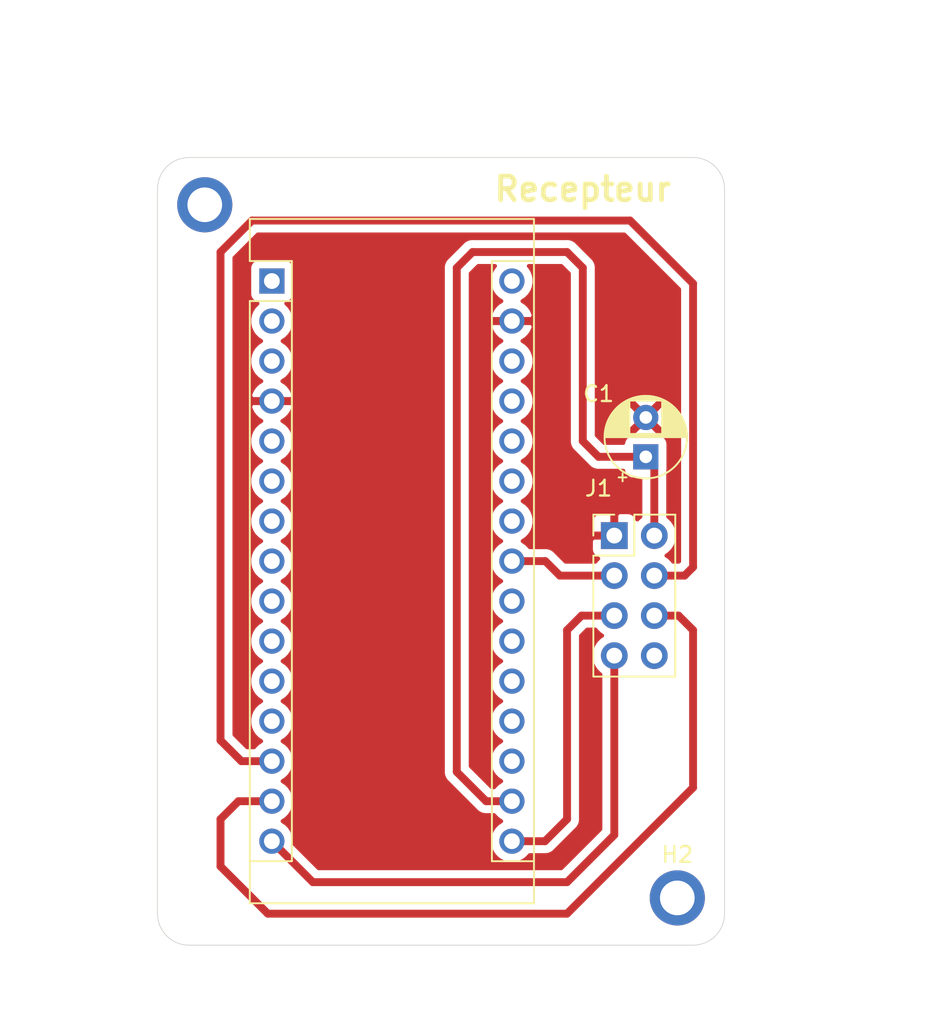
<source format=kicad_pcb>
(kicad_pcb (version 20171130) (host pcbnew "(5.1.10)-1")

  (general
    (thickness 1.6)
    (drawings 12)
    (tracks 41)
    (zones 0)
    (modules 5)
    (nets 8)
  )

  (page A4)
  (layers
    (0 F.Cu signal)
    (31 B.Cu signal)
    (32 B.Adhes user)
    (33 F.Adhes user)
    (34 B.Paste user)
    (35 F.Paste user)
    (36 B.SilkS user)
    (37 F.SilkS user)
    (38 B.Mask user)
    (39 F.Mask user)
    (40 Dwgs.User user)
    (41 Cmts.User user)
    (42 Eco1.User user)
    (43 Eco2.User user)
    (44 Edge.Cuts user)
    (45 Margin user)
    (46 B.CrtYd user)
    (47 F.CrtYd user)
    (48 B.Fab user)
    (49 F.Fab user)
  )

  (setup
    (last_trace_width 0.25)
    (user_trace_width 0.5)
    (trace_clearance 0.2)
    (zone_clearance 0.508)
    (zone_45_only no)
    (trace_min 0.2)
    (via_size 0.8)
    (via_drill 0.4)
    (via_min_size 0.4)
    (via_min_drill 0.3)
    (uvia_size 0.3)
    (uvia_drill 0.1)
    (uvias_allowed no)
    (uvia_min_size 0.2)
    (uvia_min_drill 0.1)
    (edge_width 0.05)
    (segment_width 0.2)
    (pcb_text_width 0.3)
    (pcb_text_size 1.5 1.5)
    (mod_edge_width 0.12)
    (mod_text_size 1 1)
    (mod_text_width 0.15)
    (pad_size 1.524 1.524)
    (pad_drill 0.762)
    (pad_to_mask_clearance 0)
    (aux_axis_origin 0 0)
    (visible_elements 7FFFFFFF)
    (pcbplotparams
      (layerselection 0x010fc_ffffffff)
      (usegerberextensions false)
      (usegerberattributes true)
      (usegerberadvancedattributes true)
      (creategerberjobfile true)
      (excludeedgelayer true)
      (linewidth 0.100000)
      (plotframeref false)
      (viasonmask false)
      (mode 1)
      (useauxorigin false)
      (hpglpennumber 1)
      (hpglpenspeed 20)
      (hpglpendiameter 15.000000)
      (psnegative false)
      (psa4output false)
      (plotreference true)
      (plotvalue true)
      (plotinvisibletext false)
      (padsonsilk false)
      (subtractmaskfromsilk false)
      (outputformat 1)
      (mirror false)
      (drillshape 0)
      (scaleselection 1)
      (outputdirectory "gerbers/"))
  )

  (net 0 "")
  (net 1 +3V3)
  (net 2 /SCK)
  (net 3 /MISO)
  (net 4 /MOSI)
  (net 5 GND)
  (net 6 /CS)
  (net 7 /CE)

  (net_class Default "This is the default net class."
    (clearance 0.2)
    (trace_width 0.25)
    (via_dia 0.8)
    (via_drill 0.4)
    (uvia_dia 0.3)
    (uvia_drill 0.1)
    (add_net +3V3)
    (add_net /CE)
    (add_net /CS)
    (add_net /MISO)
    (add_net /MOSI)
    (add_net /SCK)
    (add_net GND)
  )

  (module MountingHole:MountingHole_2.2mm_M2_ISO7380_Pad (layer F.Cu) (tedit 56D1B4CB) (tstamp 613A0624)
    (at 138 92)
    (descr "Mounting Hole 2.2mm, M2, ISO7380")
    (tags "mounting hole 2.2mm m2 iso7380")
    (path /613A4CAC)
    (attr virtual)
    (fp_text reference H2 (at 0 -2.75) (layer F.SilkS)
      (effects (font (size 1 1) (thickness 0.15)))
    )
    (fp_text value MountingHole (at 0 4) (layer F.Fab)
      (effects (font (size 1 1) (thickness 0.15)))
    )
    (fp_circle (center 0 0) (end 1.75 0) (layer Cmts.User) (width 0.15))
    (fp_circle (center 0 0) (end 2 0) (layer F.CrtYd) (width 0.05))
    (fp_text user %R (at 0.3 0) (layer F.Fab)
      (effects (font (size 1 1) (thickness 0.15)))
    )
    (pad 1 thru_hole circle (at 0 0) (size 3.5 3.5) (drill 2.2) (layers *.Cu *.Mask))
  )

  (module MountingHole:MountingHole_2.2mm_M2_ISO7380_Pad (layer F.Cu) (tedit 56D1B4CB) (tstamp 613A0223)
    (at 108 48)
    (descr "Mounting Hole 2.2mm, M2, ISO7380")
    (tags "mounting hole 2.2mm m2 iso7380")
    (path /613A0057)
    (attr virtual)
    (fp_text reference H1 (at 0 -2.75) (layer F.SilkS) hide
      (effects (font (size 1 1) (thickness 0.15)))
    )
    (fp_text value MountingHole (at 0 2.75) (layer F.Fab)
      (effects (font (size 1 1) (thickness 0.15)))
    )
    (fp_circle (center 0 0) (end 1.75 0) (layer Cmts.User) (width 0.15))
    (fp_circle (center 0 0) (end 2 0) (layer F.CrtYd) (width 0.05))
    (fp_text user %R (at 0.3 0) (layer F.Fab)
      (effects (font (size 1 1) (thickness 0.15)))
    )
    (pad 1 thru_hole circle (at 0 0) (size 3.5 3.5) (drill 2.2) (layers *.Cu *.Mask))
  )

  (module Module:Arduino_Nano (layer F.Cu) (tedit 58ACAF70) (tstamp 6137CD73)
    (at 112.26 52.84)
    (descr "Arduino Nano, http://www.mouser.com/pdfdocs/Gravitech_Arduino_Nano3_0.pdf")
    (tags "Arduino Nano")
    (path /61373980)
    (fp_text reference A1 (at 18.24 -2.84) (layer F.SilkS) hide
      (effects (font (size 1 1) (thickness 0.15)))
    )
    (fp_text value Arduino_Nano_v3.x (at 8.89 19.05 90) (layer F.Fab)
      (effects (font (size 1 1) (thickness 0.15)))
    )
    (fp_line (start 16.75 42.16) (end -1.53 42.16) (layer F.CrtYd) (width 0.05))
    (fp_line (start 16.75 42.16) (end 16.75 -4.06) (layer F.CrtYd) (width 0.05))
    (fp_line (start -1.53 -4.06) (end -1.53 42.16) (layer F.CrtYd) (width 0.05))
    (fp_line (start -1.53 -4.06) (end 16.75 -4.06) (layer F.CrtYd) (width 0.05))
    (fp_line (start 16.51 -3.81) (end 16.51 39.37) (layer F.Fab) (width 0.1))
    (fp_line (start 0 -3.81) (end 16.51 -3.81) (layer F.Fab) (width 0.1))
    (fp_line (start -1.27 -2.54) (end 0 -3.81) (layer F.Fab) (width 0.1))
    (fp_line (start -1.27 39.37) (end -1.27 -2.54) (layer F.Fab) (width 0.1))
    (fp_line (start 16.51 39.37) (end -1.27 39.37) (layer F.Fab) (width 0.1))
    (fp_line (start 16.64 -3.94) (end -1.4 -3.94) (layer F.SilkS) (width 0.12))
    (fp_line (start 16.64 39.5) (end 16.64 -3.94) (layer F.SilkS) (width 0.12))
    (fp_line (start -1.4 39.5) (end 16.64 39.5) (layer F.SilkS) (width 0.12))
    (fp_line (start 3.81 41.91) (end 3.81 31.75) (layer F.Fab) (width 0.1))
    (fp_line (start 11.43 41.91) (end 3.81 41.91) (layer F.Fab) (width 0.1))
    (fp_line (start 11.43 31.75) (end 11.43 41.91) (layer F.Fab) (width 0.1))
    (fp_line (start 3.81 31.75) (end 11.43 31.75) (layer F.Fab) (width 0.1))
    (fp_line (start 1.27 36.83) (end -1.4 36.83) (layer F.SilkS) (width 0.12))
    (fp_line (start 1.27 1.27) (end 1.27 36.83) (layer F.SilkS) (width 0.12))
    (fp_line (start 1.27 1.27) (end -1.4 1.27) (layer F.SilkS) (width 0.12))
    (fp_line (start 13.97 36.83) (end 16.64 36.83) (layer F.SilkS) (width 0.12))
    (fp_line (start 13.97 -1.27) (end 13.97 36.83) (layer F.SilkS) (width 0.12))
    (fp_line (start 13.97 -1.27) (end 16.64 -1.27) (layer F.SilkS) (width 0.12))
    (fp_line (start -1.4 -3.94) (end -1.4 -1.27) (layer F.SilkS) (width 0.12))
    (fp_line (start -1.4 1.27) (end -1.4 39.5) (layer F.SilkS) (width 0.12))
    (fp_line (start 1.27 -1.27) (end -1.4 -1.27) (layer F.SilkS) (width 0.12))
    (fp_line (start 1.27 1.27) (end 1.27 -1.27) (layer F.SilkS) (width 0.12))
    (fp_text user %R (at 6.35 19.05 90) (layer F.Fab)
      (effects (font (size 1 1) (thickness 0.15)))
    )
    (pad 16 thru_hole oval (at 15.24 35.56) (size 1.6 1.6) (drill 1) (layers *.Cu *.Mask)
      (net 2 /SCK))
    (pad 15 thru_hole oval (at 0 35.56) (size 1.6 1.6) (drill 1) (layers *.Cu *.Mask)
      (net 3 /MISO))
    (pad 30 thru_hole oval (at 15.24 0) (size 1.6 1.6) (drill 1) (layers *.Cu *.Mask))
    (pad 14 thru_hole oval (at 0 33.02) (size 1.6 1.6) (drill 1) (layers *.Cu *.Mask)
      (net 4 /MOSI))
    (pad 29 thru_hole oval (at 15.24 2.54) (size 1.6 1.6) (drill 1) (layers *.Cu *.Mask)
      (net 5 GND))
    (pad 13 thru_hole oval (at 0 30.48) (size 1.6 1.6) (drill 1) (layers *.Cu *.Mask)
      (net 6 /CS))
    (pad 28 thru_hole oval (at 15.24 5.08) (size 1.6 1.6) (drill 1) (layers *.Cu *.Mask))
    (pad 12 thru_hole oval (at 0 27.94) (size 1.6 1.6) (drill 1) (layers *.Cu *.Mask))
    (pad 27 thru_hole oval (at 15.24 7.62) (size 1.6 1.6) (drill 1) (layers *.Cu *.Mask))
    (pad 11 thru_hole oval (at 0 25.4) (size 1.6 1.6) (drill 1) (layers *.Cu *.Mask))
    (pad 26 thru_hole oval (at 15.24 10.16) (size 1.6 1.6) (drill 1) (layers *.Cu *.Mask))
    (pad 10 thru_hole oval (at 0 22.86) (size 1.6 1.6) (drill 1) (layers *.Cu *.Mask))
    (pad 25 thru_hole oval (at 15.24 12.7) (size 1.6 1.6) (drill 1) (layers *.Cu *.Mask))
    (pad 9 thru_hole oval (at 0 20.32) (size 1.6 1.6) (drill 1) (layers *.Cu *.Mask))
    (pad 24 thru_hole oval (at 15.24 15.24) (size 1.6 1.6) (drill 1) (layers *.Cu *.Mask))
    (pad 8 thru_hole oval (at 0 17.78) (size 1.6 1.6) (drill 1) (layers *.Cu *.Mask))
    (pad 23 thru_hole oval (at 15.24 17.78) (size 1.6 1.6) (drill 1) (layers *.Cu *.Mask)
      (net 7 /CE))
    (pad 7 thru_hole oval (at 0 15.24) (size 1.6 1.6) (drill 1) (layers *.Cu *.Mask))
    (pad 22 thru_hole oval (at 15.24 20.32) (size 1.6 1.6) (drill 1) (layers *.Cu *.Mask))
    (pad 6 thru_hole oval (at 0 12.7) (size 1.6 1.6) (drill 1) (layers *.Cu *.Mask))
    (pad 21 thru_hole oval (at 15.24 22.86) (size 1.6 1.6) (drill 1) (layers *.Cu *.Mask))
    (pad 5 thru_hole oval (at 0 10.16) (size 1.6 1.6) (drill 1) (layers *.Cu *.Mask))
    (pad 20 thru_hole oval (at 15.24 25.4) (size 1.6 1.6) (drill 1) (layers *.Cu *.Mask))
    (pad 4 thru_hole oval (at 0 7.62) (size 1.6 1.6) (drill 1) (layers *.Cu *.Mask)
      (net 5 GND))
    (pad 19 thru_hole oval (at 15.24 27.94) (size 1.6 1.6) (drill 1) (layers *.Cu *.Mask))
    (pad 3 thru_hole oval (at 0 5.08) (size 1.6 1.6) (drill 1) (layers *.Cu *.Mask))
    (pad 18 thru_hole oval (at 15.24 30.48) (size 1.6 1.6) (drill 1) (layers *.Cu *.Mask))
    (pad 2 thru_hole oval (at 0 2.54) (size 1.6 1.6) (drill 1) (layers *.Cu *.Mask))
    (pad 17 thru_hole oval (at 15.24 33.02) (size 1.6 1.6) (drill 1) (layers *.Cu *.Mask)
      (net 1 +3V3))
    (pad 1 thru_hole rect (at 0 0) (size 1.6 1.6) (drill 1) (layers *.Cu *.Mask))
    (model ${KISYS3DMOD}/Module.3dshapes/Arduino_Nano_WithMountingHoles.wrl
      (at (xyz 0 0 0))
      (scale (xyz 1 1 1))
      (rotate (xyz 0 0 0))
    )
  )

  (module Capacitor_THT:CP_Radial_D5.0mm_P2.50mm (layer F.Cu) (tedit 5AE50EF0) (tstamp 6137CBF4)
    (at 136 64 90)
    (descr "CP, Radial series, Radial, pin pitch=2.50mm, , diameter=5mm, Electrolytic Capacitor")
    (tags "CP Radial series Radial pin pitch 2.50mm  diameter 5mm Electrolytic Capacitor")
    (path /6137E190)
    (fp_text reference C1 (at 4 -3 180) (layer F.SilkS)
      (effects (font (size 1 1) (thickness 0.15)))
    )
    (fp_text value CP1_Small (at 1.25 3.75 90) (layer F.Fab)
      (effects (font (size 1 1) (thickness 0.15)))
    )
    (fp_line (start -1.304775 -1.725) (end -1.304775 -1.225) (layer F.SilkS) (width 0.12))
    (fp_line (start -1.554775 -1.475) (end -1.054775 -1.475) (layer F.SilkS) (width 0.12))
    (fp_line (start 3.851 -0.284) (end 3.851 0.284) (layer F.SilkS) (width 0.12))
    (fp_line (start 3.811 -0.518) (end 3.811 0.518) (layer F.SilkS) (width 0.12))
    (fp_line (start 3.771 -0.677) (end 3.771 0.677) (layer F.SilkS) (width 0.12))
    (fp_line (start 3.731 -0.805) (end 3.731 0.805) (layer F.SilkS) (width 0.12))
    (fp_line (start 3.691 -0.915) (end 3.691 0.915) (layer F.SilkS) (width 0.12))
    (fp_line (start 3.651 -1.011) (end 3.651 1.011) (layer F.SilkS) (width 0.12))
    (fp_line (start 3.611 -1.098) (end 3.611 1.098) (layer F.SilkS) (width 0.12))
    (fp_line (start 3.571 -1.178) (end 3.571 1.178) (layer F.SilkS) (width 0.12))
    (fp_line (start 3.531 1.04) (end 3.531 1.251) (layer F.SilkS) (width 0.12))
    (fp_line (start 3.531 -1.251) (end 3.531 -1.04) (layer F.SilkS) (width 0.12))
    (fp_line (start 3.491 1.04) (end 3.491 1.319) (layer F.SilkS) (width 0.12))
    (fp_line (start 3.491 -1.319) (end 3.491 -1.04) (layer F.SilkS) (width 0.12))
    (fp_line (start 3.451 1.04) (end 3.451 1.383) (layer F.SilkS) (width 0.12))
    (fp_line (start 3.451 -1.383) (end 3.451 -1.04) (layer F.SilkS) (width 0.12))
    (fp_line (start 3.411 1.04) (end 3.411 1.443) (layer F.SilkS) (width 0.12))
    (fp_line (start 3.411 -1.443) (end 3.411 -1.04) (layer F.SilkS) (width 0.12))
    (fp_line (start 3.371 1.04) (end 3.371 1.5) (layer F.SilkS) (width 0.12))
    (fp_line (start 3.371 -1.5) (end 3.371 -1.04) (layer F.SilkS) (width 0.12))
    (fp_line (start 3.331 1.04) (end 3.331 1.554) (layer F.SilkS) (width 0.12))
    (fp_line (start 3.331 -1.554) (end 3.331 -1.04) (layer F.SilkS) (width 0.12))
    (fp_line (start 3.291 1.04) (end 3.291 1.605) (layer F.SilkS) (width 0.12))
    (fp_line (start 3.291 -1.605) (end 3.291 -1.04) (layer F.SilkS) (width 0.12))
    (fp_line (start 3.251 1.04) (end 3.251 1.653) (layer F.SilkS) (width 0.12))
    (fp_line (start 3.251 -1.653) (end 3.251 -1.04) (layer F.SilkS) (width 0.12))
    (fp_line (start 3.211 1.04) (end 3.211 1.699) (layer F.SilkS) (width 0.12))
    (fp_line (start 3.211 -1.699) (end 3.211 -1.04) (layer F.SilkS) (width 0.12))
    (fp_line (start 3.171 1.04) (end 3.171 1.743) (layer F.SilkS) (width 0.12))
    (fp_line (start 3.171 -1.743) (end 3.171 -1.04) (layer F.SilkS) (width 0.12))
    (fp_line (start 3.131 1.04) (end 3.131 1.785) (layer F.SilkS) (width 0.12))
    (fp_line (start 3.131 -1.785) (end 3.131 -1.04) (layer F.SilkS) (width 0.12))
    (fp_line (start 3.091 1.04) (end 3.091 1.826) (layer F.SilkS) (width 0.12))
    (fp_line (start 3.091 -1.826) (end 3.091 -1.04) (layer F.SilkS) (width 0.12))
    (fp_line (start 3.051 1.04) (end 3.051 1.864) (layer F.SilkS) (width 0.12))
    (fp_line (start 3.051 -1.864) (end 3.051 -1.04) (layer F.SilkS) (width 0.12))
    (fp_line (start 3.011 1.04) (end 3.011 1.901) (layer F.SilkS) (width 0.12))
    (fp_line (start 3.011 -1.901) (end 3.011 -1.04) (layer F.SilkS) (width 0.12))
    (fp_line (start 2.971 1.04) (end 2.971 1.937) (layer F.SilkS) (width 0.12))
    (fp_line (start 2.971 -1.937) (end 2.971 -1.04) (layer F.SilkS) (width 0.12))
    (fp_line (start 2.931 1.04) (end 2.931 1.971) (layer F.SilkS) (width 0.12))
    (fp_line (start 2.931 -1.971) (end 2.931 -1.04) (layer F.SilkS) (width 0.12))
    (fp_line (start 2.891 1.04) (end 2.891 2.004) (layer F.SilkS) (width 0.12))
    (fp_line (start 2.891 -2.004) (end 2.891 -1.04) (layer F.SilkS) (width 0.12))
    (fp_line (start 2.851 1.04) (end 2.851 2.035) (layer F.SilkS) (width 0.12))
    (fp_line (start 2.851 -2.035) (end 2.851 -1.04) (layer F.SilkS) (width 0.12))
    (fp_line (start 2.811 1.04) (end 2.811 2.065) (layer F.SilkS) (width 0.12))
    (fp_line (start 2.811 -2.065) (end 2.811 -1.04) (layer F.SilkS) (width 0.12))
    (fp_line (start 2.771 1.04) (end 2.771 2.095) (layer F.SilkS) (width 0.12))
    (fp_line (start 2.771 -2.095) (end 2.771 -1.04) (layer F.SilkS) (width 0.12))
    (fp_line (start 2.731 1.04) (end 2.731 2.122) (layer F.SilkS) (width 0.12))
    (fp_line (start 2.731 -2.122) (end 2.731 -1.04) (layer F.SilkS) (width 0.12))
    (fp_line (start 2.691 1.04) (end 2.691 2.149) (layer F.SilkS) (width 0.12))
    (fp_line (start 2.691 -2.149) (end 2.691 -1.04) (layer F.SilkS) (width 0.12))
    (fp_line (start 2.651 1.04) (end 2.651 2.175) (layer F.SilkS) (width 0.12))
    (fp_line (start 2.651 -2.175) (end 2.651 -1.04) (layer F.SilkS) (width 0.12))
    (fp_line (start 2.611 1.04) (end 2.611 2.2) (layer F.SilkS) (width 0.12))
    (fp_line (start 2.611 -2.2) (end 2.611 -1.04) (layer F.SilkS) (width 0.12))
    (fp_line (start 2.571 1.04) (end 2.571 2.224) (layer F.SilkS) (width 0.12))
    (fp_line (start 2.571 -2.224) (end 2.571 -1.04) (layer F.SilkS) (width 0.12))
    (fp_line (start 2.531 1.04) (end 2.531 2.247) (layer F.SilkS) (width 0.12))
    (fp_line (start 2.531 -2.247) (end 2.531 -1.04) (layer F.SilkS) (width 0.12))
    (fp_line (start 2.491 1.04) (end 2.491 2.268) (layer F.SilkS) (width 0.12))
    (fp_line (start 2.491 -2.268) (end 2.491 -1.04) (layer F.SilkS) (width 0.12))
    (fp_line (start 2.451 1.04) (end 2.451 2.29) (layer F.SilkS) (width 0.12))
    (fp_line (start 2.451 -2.29) (end 2.451 -1.04) (layer F.SilkS) (width 0.12))
    (fp_line (start 2.411 1.04) (end 2.411 2.31) (layer F.SilkS) (width 0.12))
    (fp_line (start 2.411 -2.31) (end 2.411 -1.04) (layer F.SilkS) (width 0.12))
    (fp_line (start 2.371 1.04) (end 2.371 2.329) (layer F.SilkS) (width 0.12))
    (fp_line (start 2.371 -2.329) (end 2.371 -1.04) (layer F.SilkS) (width 0.12))
    (fp_line (start 2.331 1.04) (end 2.331 2.348) (layer F.SilkS) (width 0.12))
    (fp_line (start 2.331 -2.348) (end 2.331 -1.04) (layer F.SilkS) (width 0.12))
    (fp_line (start 2.291 1.04) (end 2.291 2.365) (layer F.SilkS) (width 0.12))
    (fp_line (start 2.291 -2.365) (end 2.291 -1.04) (layer F.SilkS) (width 0.12))
    (fp_line (start 2.251 1.04) (end 2.251 2.382) (layer F.SilkS) (width 0.12))
    (fp_line (start 2.251 -2.382) (end 2.251 -1.04) (layer F.SilkS) (width 0.12))
    (fp_line (start 2.211 1.04) (end 2.211 2.398) (layer F.SilkS) (width 0.12))
    (fp_line (start 2.211 -2.398) (end 2.211 -1.04) (layer F.SilkS) (width 0.12))
    (fp_line (start 2.171 1.04) (end 2.171 2.414) (layer F.SilkS) (width 0.12))
    (fp_line (start 2.171 -2.414) (end 2.171 -1.04) (layer F.SilkS) (width 0.12))
    (fp_line (start 2.131 1.04) (end 2.131 2.428) (layer F.SilkS) (width 0.12))
    (fp_line (start 2.131 -2.428) (end 2.131 -1.04) (layer F.SilkS) (width 0.12))
    (fp_line (start 2.091 1.04) (end 2.091 2.442) (layer F.SilkS) (width 0.12))
    (fp_line (start 2.091 -2.442) (end 2.091 -1.04) (layer F.SilkS) (width 0.12))
    (fp_line (start 2.051 1.04) (end 2.051 2.455) (layer F.SilkS) (width 0.12))
    (fp_line (start 2.051 -2.455) (end 2.051 -1.04) (layer F.SilkS) (width 0.12))
    (fp_line (start 2.011 1.04) (end 2.011 2.468) (layer F.SilkS) (width 0.12))
    (fp_line (start 2.011 -2.468) (end 2.011 -1.04) (layer F.SilkS) (width 0.12))
    (fp_line (start 1.971 1.04) (end 1.971 2.48) (layer F.SilkS) (width 0.12))
    (fp_line (start 1.971 -2.48) (end 1.971 -1.04) (layer F.SilkS) (width 0.12))
    (fp_line (start 1.93 1.04) (end 1.93 2.491) (layer F.SilkS) (width 0.12))
    (fp_line (start 1.93 -2.491) (end 1.93 -1.04) (layer F.SilkS) (width 0.12))
    (fp_line (start 1.89 1.04) (end 1.89 2.501) (layer F.SilkS) (width 0.12))
    (fp_line (start 1.89 -2.501) (end 1.89 -1.04) (layer F.SilkS) (width 0.12))
    (fp_line (start 1.85 1.04) (end 1.85 2.511) (layer F.SilkS) (width 0.12))
    (fp_line (start 1.85 -2.511) (end 1.85 -1.04) (layer F.SilkS) (width 0.12))
    (fp_line (start 1.81 1.04) (end 1.81 2.52) (layer F.SilkS) (width 0.12))
    (fp_line (start 1.81 -2.52) (end 1.81 -1.04) (layer F.SilkS) (width 0.12))
    (fp_line (start 1.77 1.04) (end 1.77 2.528) (layer F.SilkS) (width 0.12))
    (fp_line (start 1.77 -2.528) (end 1.77 -1.04) (layer F.SilkS) (width 0.12))
    (fp_line (start 1.73 1.04) (end 1.73 2.536) (layer F.SilkS) (width 0.12))
    (fp_line (start 1.73 -2.536) (end 1.73 -1.04) (layer F.SilkS) (width 0.12))
    (fp_line (start 1.69 1.04) (end 1.69 2.543) (layer F.SilkS) (width 0.12))
    (fp_line (start 1.69 -2.543) (end 1.69 -1.04) (layer F.SilkS) (width 0.12))
    (fp_line (start 1.65 1.04) (end 1.65 2.55) (layer F.SilkS) (width 0.12))
    (fp_line (start 1.65 -2.55) (end 1.65 -1.04) (layer F.SilkS) (width 0.12))
    (fp_line (start 1.61 1.04) (end 1.61 2.556) (layer F.SilkS) (width 0.12))
    (fp_line (start 1.61 -2.556) (end 1.61 -1.04) (layer F.SilkS) (width 0.12))
    (fp_line (start 1.57 1.04) (end 1.57 2.561) (layer F.SilkS) (width 0.12))
    (fp_line (start 1.57 -2.561) (end 1.57 -1.04) (layer F.SilkS) (width 0.12))
    (fp_line (start 1.53 1.04) (end 1.53 2.565) (layer F.SilkS) (width 0.12))
    (fp_line (start 1.53 -2.565) (end 1.53 -1.04) (layer F.SilkS) (width 0.12))
    (fp_line (start 1.49 1.04) (end 1.49 2.569) (layer F.SilkS) (width 0.12))
    (fp_line (start 1.49 -2.569) (end 1.49 -1.04) (layer F.SilkS) (width 0.12))
    (fp_line (start 1.45 -2.573) (end 1.45 2.573) (layer F.SilkS) (width 0.12))
    (fp_line (start 1.41 -2.576) (end 1.41 2.576) (layer F.SilkS) (width 0.12))
    (fp_line (start 1.37 -2.578) (end 1.37 2.578) (layer F.SilkS) (width 0.12))
    (fp_line (start 1.33 -2.579) (end 1.33 2.579) (layer F.SilkS) (width 0.12))
    (fp_line (start 1.29 -2.58) (end 1.29 2.58) (layer F.SilkS) (width 0.12))
    (fp_line (start 1.25 -2.58) (end 1.25 2.58) (layer F.SilkS) (width 0.12))
    (fp_line (start -0.633605 -1.3375) (end -0.633605 -0.8375) (layer F.Fab) (width 0.1))
    (fp_line (start -0.883605 -1.0875) (end -0.383605 -1.0875) (layer F.Fab) (width 0.1))
    (fp_circle (center 1.25 0) (end 4 0) (layer F.CrtYd) (width 0.05))
    (fp_circle (center 1.25 0) (end 3.87 0) (layer F.SilkS) (width 0.12))
    (fp_circle (center 1.25 0) (end 3.75 0) (layer F.Fab) (width 0.1))
    (fp_text user %R (at 1.25 0 90) (layer F.Fab)
      (effects (font (size 1 1) (thickness 0.15)))
    )
    (pad 2 thru_hole circle (at 2.5 0 90) (size 1.6 1.6) (drill 0.8) (layers *.Cu *.Mask)
      (net 5 GND))
    (pad 1 thru_hole rect (at 0 0 90) (size 1.6 1.6) (drill 0.8) (layers *.Cu *.Mask)
      (net 1 +3V3))
    (model ${KISYS3DMOD}/Capacitor_THT.3dshapes/CP_Radial_D5.0mm_P2.50mm.wrl
      (at (xyz 0 0 0))
      (scale (xyz 1 1 1))
      (rotate (xyz 0 0 0))
    )
  )

  (module Connector_PinHeader_2.54mm:PinHeader_2x04_P2.54mm_Vertical (layer F.Cu) (tedit 59FED5CC) (tstamp 6137A1BA)
    (at 134 69)
    (descr "Through hole straight pin header, 2x04, 2.54mm pitch, double rows")
    (tags "Through hole pin header THT 2x04 2.54mm double row")
    (path /613798DD)
    (fp_text reference J1 (at -1 -3) (layer F.SilkS)
      (effects (font (size 1 1) (thickness 0.15)))
    )
    (fp_text value Conn_02x04_Odd_Even_MountingPin (at 1.27 9.95) (layer F.Fab)
      (effects (font (size 1 1) (thickness 0.15)))
    )
    (fp_line (start 4.35 -1.8) (end -1.8 -1.8) (layer F.CrtYd) (width 0.05))
    (fp_line (start 4.35 9.4) (end 4.35 -1.8) (layer F.CrtYd) (width 0.05))
    (fp_line (start -1.8 9.4) (end 4.35 9.4) (layer F.CrtYd) (width 0.05))
    (fp_line (start -1.8 -1.8) (end -1.8 9.4) (layer F.CrtYd) (width 0.05))
    (fp_line (start -1.33 -1.33) (end 0 -1.33) (layer F.SilkS) (width 0.12))
    (fp_line (start -1.33 0) (end -1.33 -1.33) (layer F.SilkS) (width 0.12))
    (fp_line (start 1.27 -1.33) (end 3.87 -1.33) (layer F.SilkS) (width 0.12))
    (fp_line (start 1.27 1.27) (end 1.27 -1.33) (layer F.SilkS) (width 0.12))
    (fp_line (start -1.33 1.27) (end 1.27 1.27) (layer F.SilkS) (width 0.12))
    (fp_line (start 3.87 -1.33) (end 3.87 8.95) (layer F.SilkS) (width 0.12))
    (fp_line (start -1.33 1.27) (end -1.33 8.95) (layer F.SilkS) (width 0.12))
    (fp_line (start -1.33 8.95) (end 3.87 8.95) (layer F.SilkS) (width 0.12))
    (fp_line (start -1.27 0) (end 0 -1.27) (layer F.Fab) (width 0.1))
    (fp_line (start -1.27 8.89) (end -1.27 0) (layer F.Fab) (width 0.1))
    (fp_line (start 3.81 8.89) (end -1.27 8.89) (layer F.Fab) (width 0.1))
    (fp_line (start 3.81 -1.27) (end 3.81 8.89) (layer F.Fab) (width 0.1))
    (fp_line (start 0 -1.27) (end 3.81 -1.27) (layer F.Fab) (width 0.1))
    (fp_text user %R (at 1.27 3.81 90) (layer F.Fab)
      (effects (font (size 1 1) (thickness 0.15)))
    )
    (pad 8 thru_hole oval (at 2.54 7.62) (size 1.7 1.7) (drill 1) (layers *.Cu *.Mask))
    (pad 7 thru_hole oval (at 0 7.62) (size 1.7 1.7) (drill 1) (layers *.Cu *.Mask)
      (net 3 /MISO))
    (pad 6 thru_hole oval (at 2.54 5.08) (size 1.7 1.7) (drill 1) (layers *.Cu *.Mask)
      (net 4 /MOSI))
    (pad 5 thru_hole oval (at 0 5.08) (size 1.7 1.7) (drill 1) (layers *.Cu *.Mask)
      (net 2 /SCK))
    (pad 4 thru_hole oval (at 2.54 2.54) (size 1.7 1.7) (drill 1) (layers *.Cu *.Mask)
      (net 6 /CS))
    (pad 3 thru_hole oval (at 0 2.54) (size 1.7 1.7) (drill 1) (layers *.Cu *.Mask)
      (net 7 /CE))
    (pad 2 thru_hole oval (at 2.54 0) (size 1.7 1.7) (drill 1) (layers *.Cu *.Mask)
      (net 1 +3V3))
    (pad 1 thru_hole rect (at 0 0) (size 1.7 1.7) (drill 1) (layers *.Cu *.Mask)
      (net 5 GND))
    (model ${KISYS3DMOD}/Connector_PinHeader_2.54mm.3dshapes/PinHeader_2x04_P2.54mm_Vertical.wrl
      (at (xyz 0 0 0))
      (scale (xyz 1 1 1))
      (rotate (xyz 0 0 0))
    )
  )

  (gr_text Recepteur (at 132 47) (layer F.SilkS)
    (effects (font (size 1.5 1.5) (thickness 0.3)))
  )
  (dimension 44 (width 0.15) (layer Dwgs.User)
    (gr_text "44,000 mm" (at 103.3 70 90) (layer Dwgs.User)
      (effects (font (size 1 1) (thickness 0.15)))
    )
    (feature1 (pts (xy 102 48) (xy 102.586421 48)))
    (feature2 (pts (xy 102 92) (xy 102.586421 92)))
    (crossbar (pts (xy 102 92) (xy 102 48)))
    (arrow1a (pts (xy 102 48) (xy 102.586421 49.126504)))
    (arrow1b (pts (xy 102 48) (xy 101.413579 49.126504)))
    (arrow2a (pts (xy 102 92) (xy 102.586421 90.873496)))
    (arrow2b (pts (xy 102 92) (xy 101.413579 90.873496)))
  )
  (dimension 50 (width 0.15) (layer Dwgs.User)
    (gr_text "50,000 mm" (at 148.7 70 270) (layer Dwgs.User)
      (effects (font (size 1 1) (thickness 0.15)))
    )
    (feature1 (pts (xy 150 95) (xy 149.413579 95)))
    (feature2 (pts (xy 150 45) (xy 149.413579 45)))
    (crossbar (pts (xy 150 45) (xy 150 95)))
    (arrow1a (pts (xy 150 95) (xy 149.413579 93.873496)))
    (arrow1b (pts (xy 150 95) (xy 150.586421 93.873496)))
    (arrow2a (pts (xy 150 45) (xy 149.413579 46.126504)))
    (arrow2b (pts (xy 150 45) (xy 150.586421 46.126504)))
  )
  (dimension 36 (width 0.15) (layer Dwgs.User)
    (gr_text "36,000 mm" (at 123 38.700001) (layer Dwgs.User)
      (effects (font (size 1 1) (thickness 0.15)))
    )
    (feature1 (pts (xy 141 41) (xy 141 39.41358)))
    (feature2 (pts (xy 105 41) (xy 105 39.41358)))
    (crossbar (pts (xy 105 40.000001) (xy 141 40.000001)))
    (arrow1a (pts (xy 141 40.000001) (xy 139.873496 40.586422)))
    (arrow1b (pts (xy 141 40.000001) (xy 139.873496 39.41358)))
    (arrow2a (pts (xy 105 40.000001) (xy 106.126504 40.586422)))
    (arrow2b (pts (xy 105 40.000001) (xy 106.126504 39.41358)))
  )
  (gr_arc (start 139 93) (end 139 95) (angle -90) (layer Edge.Cuts) (width 0.05))
  (gr_arc (start 107 93) (end 105 93) (angle -90) (layer Edge.Cuts) (width 0.05))
  (gr_arc (start 139 47) (end 141 47) (angle -90) (layer Edge.Cuts) (width 0.05))
  (gr_arc (start 107 47) (end 107 45) (angle -90) (layer Edge.Cuts) (width 0.05))
  (gr_line (start 105 93) (end 105 47) (layer Edge.Cuts) (width 0.05) (tstamp 6137C7C8))
  (gr_line (start 139 95) (end 107 95) (layer Edge.Cuts) (width 0.05))
  (gr_line (start 141 47) (end 141 93) (layer Edge.Cuts) (width 0.05))
  (gr_line (start 107 45) (end 139 45) (layer Edge.Cuts) (width 0.05))

  (segment (start 136.54 64.54) (end 136 64) (width 0.5) (layer F.Cu) (net 1))
  (segment (start 136.54 69) (end 136.54 64.54) (width 0.5) (layer F.Cu) (net 1))
  (segment (start 127.5 85.86) (end 125.86 85.86) (width 0.5) (layer F.Cu) (net 1))
  (segment (start 125.86 85.86) (end 124 84) (width 0.5) (layer F.Cu) (net 1))
  (segment (start 124 84) (end 124 52) (width 0.5) (layer F.Cu) (net 1))
  (segment (start 124 52) (end 125 51) (width 0.5) (layer F.Cu) (net 1))
  (segment (start 125 51) (end 131 51) (width 0.5) (layer F.Cu) (net 1))
  (segment (start 131 51) (end 132 52) (width 0.5) (layer F.Cu) (net 1))
  (segment (start 132 52) (end 132 63) (width 0.5) (layer F.Cu) (net 1))
  (segment (start 133 64) (end 136 64) (width 0.5) (layer F.Cu) (net 1))
  (segment (start 132 63) (end 133 64) (width 0.5) (layer F.Cu) (net 1))
  (segment (start 127.5 88.4) (end 129.6 88.4) (width 0.5) (layer F.Cu) (net 2))
  (segment (start 129.6 88.4) (end 131 87) (width 0.5) (layer F.Cu) (net 2))
  (segment (start 131 87) (end 131 75) (width 0.5) (layer F.Cu) (net 2))
  (segment (start 131.92 74.08) (end 134 74.08) (width 0.5) (layer F.Cu) (net 2))
  (segment (start 131 75) (end 131.92 74.08) (width 0.5) (layer F.Cu) (net 2))
  (segment (start 112.26 88.4) (end 114.86 91) (width 0.5) (layer F.Cu) (net 3))
  (segment (start 114.86 91) (end 131 91) (width 0.5) (layer F.Cu) (net 3))
  (segment (start 134 88) (end 134 76.62) (width 0.5) (layer F.Cu) (net 3))
  (segment (start 131 91) (end 134 88) (width 0.5) (layer F.Cu) (net 3))
  (segment (start 112.26 85.86) (end 110.14 85.86) (width 0.5) (layer F.Cu) (net 4))
  (segment (start 110.14 85.86) (end 109 87) (width 0.5) (layer F.Cu) (net 4))
  (segment (start 109 87) (end 109 90) (width 0.5) (layer F.Cu) (net 4))
  (segment (start 109 90) (end 112 93) (width 0.5) (layer F.Cu) (net 4))
  (segment (start 112 93) (end 131 93) (width 0.5) (layer F.Cu) (net 4))
  (segment (start 131 93) (end 139 85) (width 0.5) (layer F.Cu) (net 4))
  (segment (start 139 85) (end 139 75) (width 0.5) (layer F.Cu) (net 4))
  (segment (start 138.08 74.08) (end 136.54 74.08) (width 0.5) (layer F.Cu) (net 4))
  (segment (start 139 75) (end 138.08 74.08) (width 0.5) (layer F.Cu) (net 4))
  (segment (start 110.32 83.32) (end 112.26 83.32) (width 0.5) (layer F.Cu) (net 6))
  (segment (start 109 51) (end 109 82) (width 0.5) (layer F.Cu) (net 6))
  (segment (start 111 49) (end 109 51) (width 0.5) (layer F.Cu) (net 6))
  (segment (start 135 49) (end 111 49) (width 0.5) (layer F.Cu) (net 6))
  (segment (start 139 53) (end 135 49) (width 0.5) (layer F.Cu) (net 6))
  (segment (start 109 82) (end 110.32 83.32) (width 0.5) (layer F.Cu) (net 6))
  (segment (start 139 71) (end 139 53) (width 0.5) (layer F.Cu) (net 6))
  (segment (start 138.46 71.54) (end 139 71) (width 0.5) (layer F.Cu) (net 6))
  (segment (start 136.54 71.54) (end 138.46 71.54) (width 0.5) (layer F.Cu) (net 6))
  (segment (start 127.5 70.62) (end 129.62 70.62) (width 0.5) (layer F.Cu) (net 7))
  (segment (start 130.54 71.54) (end 134 71.54) (width 0.5) (layer F.Cu) (net 7))
  (segment (start 129.62 70.62) (end 130.54 71.54) (width 0.5) (layer F.Cu) (net 7))

  (zone (net 5) (net_name GND) (layer F.Cu) (tstamp 613EFD8C) (hatch edge 0.508)
    (connect_pads (clearance 0.508))
    (min_thickness 0.254)
    (fill yes (arc_segments 32) (thermal_gap 0.508) (thermal_bridge_width 0.508))
    (polygon
      (pts
        (xy 155 100) (xy 95 100) (xy 95 35) (xy 155 35)
      )
    )
    (filled_polygon
      (pts
        (xy 138.115001 53.36658) (xy 138.115 70.633422) (xy 138.093422 70.655) (xy 137.734656 70.655) (xy 137.693475 70.593368)
        (xy 137.486632 70.386525) (xy 137.31224 70.27) (xy 137.486632 70.153475) (xy 137.693475 69.946632) (xy 137.85599 69.703411)
        (xy 137.967932 69.433158) (xy 138.025 69.14626) (xy 138.025 68.85374) (xy 137.967932 68.566842) (xy 137.85599 68.296589)
        (xy 137.693475 68.053368) (xy 137.486632 67.846525) (xy 137.425 67.805344) (xy 137.425 64.927159) (xy 137.425812 64.924482)
        (xy 137.438072 64.8) (xy 137.438072 63.2) (xy 137.425812 63.075518) (xy 137.389502 62.95582) (xy 137.330537 62.845506)
        (xy 137.251185 62.748815) (xy 137.154494 62.669463) (xy 137.04418 62.610498) (xy 136.924482 62.574188) (xy 136.8 62.561928)
        (xy 136.792785 62.561928) (xy 136.813097 62.492702) (xy 136 61.679605) (xy 135.186903 62.492702) (xy 135.207215 62.561928)
        (xy 135.2 62.561928) (xy 135.075518 62.574188) (xy 134.95582 62.610498) (xy 134.845506 62.669463) (xy 134.748815 62.748815)
        (xy 134.669463 62.845506) (xy 134.610498 62.95582) (xy 134.574188 63.075518) (xy 134.570299 63.115) (xy 133.366579 63.115)
        (xy 132.885 62.633422) (xy 132.885 61.570512) (xy 134.559783 61.570512) (xy 134.601213 61.85013) (xy 134.696397 62.116292)
        (xy 134.763329 62.241514) (xy 135.007298 62.313097) (xy 135.820395 61.5) (xy 136.179605 61.5) (xy 136.992702 62.313097)
        (xy 137.236671 62.241514) (xy 137.357571 61.986004) (xy 137.4263 61.711816) (xy 137.440217 61.429488) (xy 137.398787 61.14987)
        (xy 137.303603 60.883708) (xy 137.236671 60.758486) (xy 136.992702 60.686903) (xy 136.179605 61.5) (xy 135.820395 61.5)
        (xy 135.007298 60.686903) (xy 134.763329 60.758486) (xy 134.642429 61.013996) (xy 134.5737 61.288184) (xy 134.559783 61.570512)
        (xy 132.885 61.570512) (xy 132.885 60.507298) (xy 135.186903 60.507298) (xy 136 61.320395) (xy 136.813097 60.507298)
        (xy 136.741514 60.263329) (xy 136.486004 60.142429) (xy 136.211816 60.0737) (xy 135.929488 60.059783) (xy 135.64987 60.101213)
        (xy 135.383708 60.196397) (xy 135.258486 60.263329) (xy 135.186903 60.507298) (xy 132.885 60.507298) (xy 132.885 52.043469)
        (xy 132.889281 52) (xy 132.885 51.956531) (xy 132.885 51.956523) (xy 132.872195 51.82651) (xy 132.862885 51.79582)
        (xy 132.821589 51.659686) (xy 132.739411 51.505941) (xy 132.656532 51.404953) (xy 132.65653 51.404951) (xy 132.628817 51.371183)
        (xy 132.59505 51.343471) (xy 131.656532 50.404954) (xy 131.628817 50.371183) (xy 131.494059 50.260589) (xy 131.340313 50.178411)
        (xy 131.17349 50.127805) (xy 131.043477 50.115) (xy 131.043469 50.115) (xy 131 50.110719) (xy 130.956531 50.115)
        (xy 125.043469 50.115) (xy 125 50.110719) (xy 124.956531 50.115) (xy 124.956523 50.115) (xy 124.82651 50.127805)
        (xy 124.659686 50.178411) (xy 124.505941 50.260589) (xy 124.404953 50.343468) (xy 124.404951 50.34347) (xy 124.371183 50.371183)
        (xy 124.34347 50.404951) (xy 123.404951 51.343471) (xy 123.371184 51.371183) (xy 123.343471 51.404951) (xy 123.343468 51.404954)
        (xy 123.26059 51.505941) (xy 123.178412 51.659687) (xy 123.127805 51.82651) (xy 123.110719 52) (xy 123.115001 52.043479)
        (xy 123.115 83.956531) (xy 123.110719 84) (xy 123.115 84.043469) (xy 123.115 84.043476) (xy 123.121623 84.110719)
        (xy 123.127805 84.17349) (xy 123.143157 84.224096) (xy 123.178411 84.340312) (xy 123.260589 84.494058) (xy 123.371183 84.628817)
        (xy 123.404956 84.656534) (xy 125.203468 86.455047) (xy 125.231183 86.488817) (xy 125.264951 86.51653) (xy 125.264953 86.516532)
        (xy 125.293216 86.539727) (xy 125.365941 86.599411) (xy 125.519687 86.681589) (xy 125.68651 86.732195) (xy 125.816523 86.745)
        (xy 125.816533 86.745) (xy 125.859999 86.749281) (xy 125.903465 86.745) (xy 126.365479 86.745) (xy 126.385363 86.774759)
        (xy 126.585241 86.974637) (xy 126.817759 87.13) (xy 126.585241 87.285363) (xy 126.385363 87.485241) (xy 126.22832 87.720273)
        (xy 126.120147 87.981426) (xy 126.065 88.258665) (xy 126.065 88.541335) (xy 126.120147 88.818574) (xy 126.22832 89.079727)
        (xy 126.385363 89.314759) (xy 126.585241 89.514637) (xy 126.820273 89.67168) (xy 127.081426 89.779853) (xy 127.358665 89.835)
        (xy 127.641335 89.835) (xy 127.918574 89.779853) (xy 128.179727 89.67168) (xy 128.414759 89.514637) (xy 128.614637 89.314759)
        (xy 128.634521 89.285) (xy 129.556531 89.285) (xy 129.6 89.289281) (xy 129.643469 89.285) (xy 129.643477 89.285)
        (xy 129.77349 89.272195) (xy 129.940313 89.221589) (xy 130.094059 89.139411) (xy 130.228817 89.028817) (xy 130.256534 88.995044)
        (xy 131.59505 87.656529) (xy 131.628817 87.628817) (xy 131.670185 87.578411) (xy 131.73941 87.49406) (xy 131.739411 87.494059)
        (xy 131.821589 87.340313) (xy 131.872195 87.17349) (xy 131.885 87.043477) (xy 131.885 87.043469) (xy 131.889281 87)
        (xy 131.885 86.956531) (xy 131.885 75.366578) (xy 132.286579 74.965) (xy 132.805344 74.965) (xy 132.846525 75.026632)
        (xy 133.053368 75.233475) (xy 133.22776 75.35) (xy 133.053368 75.466525) (xy 132.846525 75.673368) (xy 132.68401 75.916589)
        (xy 132.572068 76.186842) (xy 132.515 76.47374) (xy 132.515 76.76626) (xy 132.572068 77.053158) (xy 132.68401 77.323411)
        (xy 132.846525 77.566632) (xy 133.053368 77.773475) (xy 133.115001 77.814657) (xy 133.115 87.633421) (xy 130.633422 90.115)
        (xy 115.226579 90.115) (xy 113.688017 88.576439) (xy 113.695 88.541335) (xy 113.695 88.258665) (xy 113.639853 87.981426)
        (xy 113.53168 87.720273) (xy 113.374637 87.485241) (xy 113.174759 87.285363) (xy 112.942241 87.13) (xy 113.174759 86.974637)
        (xy 113.374637 86.774759) (xy 113.53168 86.539727) (xy 113.639853 86.278574) (xy 113.695 86.001335) (xy 113.695 85.718665)
        (xy 113.639853 85.441426) (xy 113.53168 85.180273) (xy 113.374637 84.945241) (xy 113.174759 84.745363) (xy 112.942241 84.59)
        (xy 113.174759 84.434637) (xy 113.374637 84.234759) (xy 113.53168 83.999727) (xy 113.639853 83.738574) (xy 113.695 83.461335)
        (xy 113.695 83.178665) (xy 113.639853 82.901426) (xy 113.53168 82.640273) (xy 113.374637 82.405241) (xy 113.174759 82.205363)
        (xy 112.942241 82.05) (xy 113.174759 81.894637) (xy 113.374637 81.694759) (xy 113.53168 81.459727) (xy 113.639853 81.198574)
        (xy 113.695 80.921335) (xy 113.695 80.638665) (xy 113.639853 80.361426) (xy 113.53168 80.100273) (xy 113.374637 79.865241)
        (xy 113.174759 79.665363) (xy 112.942241 79.51) (xy 113.174759 79.354637) (xy 113.374637 79.154759) (xy 113.53168 78.919727)
        (xy 113.639853 78.658574) (xy 113.695 78.381335) (xy 113.695 78.098665) (xy 113.639853 77.821426) (xy 113.53168 77.560273)
        (xy 113.374637 77.325241) (xy 113.174759 77.125363) (xy 112.942241 76.97) (xy 113.174759 76.814637) (xy 113.374637 76.614759)
        (xy 113.53168 76.379727) (xy 113.639853 76.118574) (xy 113.695 75.841335) (xy 113.695 75.558665) (xy 113.639853 75.281426)
        (xy 113.53168 75.020273) (xy 113.374637 74.785241) (xy 113.174759 74.585363) (xy 112.942241 74.43) (xy 113.174759 74.274637)
        (xy 113.374637 74.074759) (xy 113.53168 73.839727) (xy 113.639853 73.578574) (xy 113.695 73.301335) (xy 113.695 73.018665)
        (xy 113.639853 72.741426) (xy 113.53168 72.480273) (xy 113.374637 72.245241) (xy 113.174759 72.045363) (xy 112.942241 71.89)
        (xy 113.174759 71.734637) (xy 113.374637 71.534759) (xy 113.53168 71.299727) (xy 113.639853 71.038574) (xy 113.695 70.761335)
        (xy 113.695 70.478665) (xy 113.639853 70.201426) (xy 113.53168 69.940273) (xy 113.374637 69.705241) (xy 113.174759 69.505363)
        (xy 112.942241 69.35) (xy 113.174759 69.194637) (xy 113.374637 68.994759) (xy 113.53168 68.759727) (xy 113.639853 68.498574)
        (xy 113.695 68.221335) (xy 113.695 67.938665) (xy 113.639853 67.661426) (xy 113.53168 67.400273) (xy 113.374637 67.165241)
        (xy 113.174759 66.965363) (xy 112.942241 66.81) (xy 113.174759 66.654637) (xy 113.374637 66.454759) (xy 113.53168 66.219727)
        (xy 113.639853 65.958574) (xy 113.695 65.681335) (xy 113.695 65.398665) (xy 113.639853 65.121426) (xy 113.53168 64.860273)
        (xy 113.374637 64.625241) (xy 113.174759 64.425363) (xy 112.942241 64.27) (xy 113.174759 64.114637) (xy 113.374637 63.914759)
        (xy 113.53168 63.679727) (xy 113.639853 63.418574) (xy 113.695 63.141335) (xy 113.695 62.858665) (xy 113.639853 62.581426)
        (xy 113.53168 62.320273) (xy 113.374637 62.085241) (xy 113.174759 61.885363) (xy 112.939727 61.72832) (xy 112.929135 61.723933)
        (xy 113.115131 61.612385) (xy 113.323519 61.423414) (xy 113.491037 61.19742) (xy 113.611246 60.943087) (xy 113.651904 60.809039)
        (xy 113.529915 60.587) (xy 112.387 60.587) (xy 112.387 60.607) (xy 112.133 60.607) (xy 112.133 60.587)
        (xy 110.990085 60.587) (xy 110.868096 60.809039) (xy 110.908754 60.943087) (xy 111.028963 61.19742) (xy 111.196481 61.423414)
        (xy 111.404869 61.612385) (xy 111.590865 61.723933) (xy 111.580273 61.72832) (xy 111.345241 61.885363) (xy 111.145363 62.085241)
        (xy 110.98832 62.320273) (xy 110.880147 62.581426) (xy 110.825 62.858665) (xy 110.825 63.141335) (xy 110.880147 63.418574)
        (xy 110.98832 63.679727) (xy 111.145363 63.914759) (xy 111.345241 64.114637) (xy 111.577759 64.27) (xy 111.345241 64.425363)
        (xy 111.145363 64.625241) (xy 110.98832 64.860273) (xy 110.880147 65.121426) (xy 110.825 65.398665) (xy 110.825 65.681335)
        (xy 110.880147 65.958574) (xy 110.98832 66.219727) (xy 111.145363 66.454759) (xy 111.345241 66.654637) (xy 111.577759 66.81)
        (xy 111.345241 66.965363) (xy 111.145363 67.165241) (xy 110.98832 67.400273) (xy 110.880147 67.661426) (xy 110.825 67.938665)
        (xy 110.825 68.221335) (xy 110.880147 68.498574) (xy 110.98832 68.759727) (xy 111.145363 68.994759) (xy 111.345241 69.194637)
        (xy 111.577759 69.35) (xy 111.345241 69.505363) (xy 111.145363 69.705241) (xy 110.98832 69.940273) (xy 110.880147 70.201426)
        (xy 110.825 70.478665) (xy 110.825 70.761335) (xy 110.880147 71.038574) (xy 110.98832 71.299727) (xy 111.145363 71.534759)
        (xy 111.345241 71.734637) (xy 111.577759 71.89) (xy 111.345241 72.045363) (xy 111.145363 72.245241) (xy 110.98832 72.480273)
        (xy 110.880147 72.741426) (xy 110.825 73.018665) (xy 110.825 73.301335) (xy 110.880147 73.578574) (xy 110.98832 73.839727)
        (xy 111.145363 74.074759) (xy 111.345241 74.274637) (xy 111.577759 74.43) (xy 111.345241 74.585363) (xy 111.145363 74.785241)
        (xy 110.98832 75.020273) (xy 110.880147 75.281426) (xy 110.825 75.558665) (xy 110.825 75.841335) (xy 110.880147 76.118574)
        (xy 110.98832 76.379727) (xy 111.145363 76.614759) (xy 111.345241 76.814637) (xy 111.577759 76.97) (xy 111.345241 77.125363)
        (xy 111.145363 77.325241) (xy 110.98832 77.560273) (xy 110.880147 77.821426) (xy 110.825 78.098665) (xy 110.825 78.381335)
        (xy 110.880147 78.658574) (xy 110.98832 78.919727) (xy 111.145363 79.154759) (xy 111.345241 79.354637) (xy 111.577759 79.51)
        (xy 111.345241 79.665363) (xy 111.145363 79.865241) (xy 110.98832 80.100273) (xy 110.880147 80.361426) (xy 110.825 80.638665)
        (xy 110.825 80.921335) (xy 110.880147 81.198574) (xy 110.98832 81.459727) (xy 111.145363 81.694759) (xy 111.345241 81.894637)
        (xy 111.577759 82.05) (xy 111.345241 82.205363) (xy 111.145363 82.405241) (xy 111.125479 82.435) (xy 110.686579 82.435)
        (xy 109.885 81.633422) (xy 109.885 52.04) (xy 110.821928 52.04) (xy 110.821928 53.64) (xy 110.834188 53.764482)
        (xy 110.870498 53.88418) (xy 110.929463 53.994494) (xy 111.008815 54.091185) (xy 111.105506 54.170537) (xy 111.21582 54.229502)
        (xy 111.335518 54.265812) (xy 111.343961 54.266643) (xy 111.145363 54.465241) (xy 110.98832 54.700273) (xy 110.880147 54.961426)
        (xy 110.825 55.238665) (xy 110.825 55.521335) (xy 110.880147 55.798574) (xy 110.98832 56.059727) (xy 111.145363 56.294759)
        (xy 111.345241 56.494637) (xy 111.577759 56.65) (xy 111.345241 56.805363) (xy 111.145363 57.005241) (xy 110.98832 57.240273)
        (xy 110.880147 57.501426) (xy 110.825 57.778665) (xy 110.825 58.061335) (xy 110.880147 58.338574) (xy 110.98832 58.599727)
        (xy 111.145363 58.834759) (xy 111.345241 59.034637) (xy 111.580273 59.19168) (xy 111.590865 59.196067) (xy 111.404869 59.307615)
        (xy 111.196481 59.496586) (xy 111.028963 59.72258) (xy 110.908754 59.976913) (xy 110.868096 60.110961) (xy 110.990085 60.333)
        (xy 112.133 60.333) (xy 112.133 60.313) (xy 112.387 60.313) (xy 112.387 60.333) (xy 113.529915 60.333)
        (xy 113.651904 60.110961) (xy 113.611246 59.976913) (xy 113.491037 59.72258) (xy 113.323519 59.496586) (xy 113.115131 59.307615)
        (xy 112.929135 59.196067) (xy 112.939727 59.19168) (xy 113.174759 59.034637) (xy 113.374637 58.834759) (xy 113.53168 58.599727)
        (xy 113.639853 58.338574) (xy 113.695 58.061335) (xy 113.695 57.778665) (xy 113.639853 57.501426) (xy 113.53168 57.240273)
        (xy 113.374637 57.005241) (xy 113.174759 56.805363) (xy 112.942241 56.65) (xy 113.174759 56.494637) (xy 113.374637 56.294759)
        (xy 113.53168 56.059727) (xy 113.639853 55.798574) (xy 113.695 55.521335) (xy 113.695 55.238665) (xy 113.639853 54.961426)
        (xy 113.53168 54.700273) (xy 113.374637 54.465241) (xy 113.176039 54.266643) (xy 113.184482 54.265812) (xy 113.30418 54.229502)
        (xy 113.414494 54.170537) (xy 113.511185 54.091185) (xy 113.590537 53.994494) (xy 113.649502 53.88418) (xy 113.685812 53.764482)
        (xy 113.698072 53.64) (xy 113.698072 52.04) (xy 113.685812 51.915518) (xy 113.649502 51.79582) (xy 113.590537 51.685506)
        (xy 113.511185 51.588815) (xy 113.414494 51.509463) (xy 113.30418 51.450498) (xy 113.184482 51.414188) (xy 113.06 51.401928)
        (xy 111.46 51.401928) (xy 111.335518 51.414188) (xy 111.21582 51.450498) (xy 111.105506 51.509463) (xy 111.008815 51.588815)
        (xy 110.929463 51.685506) (xy 110.870498 51.79582) (xy 110.834188 51.915518) (xy 110.821928 52.04) (xy 109.885 52.04)
        (xy 109.885 51.366578) (xy 111.366579 49.885) (xy 134.633422 49.885)
      )
    )
    (filled_polygon
      (pts
        (xy 126.385363 51.925241) (xy 126.22832 52.160273) (xy 126.120147 52.421426) (xy 126.065 52.698665) (xy 126.065 52.981335)
        (xy 126.120147 53.258574) (xy 126.22832 53.519727) (xy 126.385363 53.754759) (xy 126.585241 53.954637) (xy 126.820273 54.11168)
        (xy 126.830865 54.116067) (xy 126.644869 54.227615) (xy 126.436481 54.416586) (xy 126.268963 54.64258) (xy 126.148754 54.896913)
        (xy 126.108096 55.030961) (xy 126.230085 55.253) (xy 127.373 55.253) (xy 127.373 55.233) (xy 127.627 55.233)
        (xy 127.627 55.253) (xy 128.769915 55.253) (xy 128.891904 55.030961) (xy 128.851246 54.896913) (xy 128.731037 54.64258)
        (xy 128.563519 54.416586) (xy 128.355131 54.227615) (xy 128.169135 54.116067) (xy 128.179727 54.11168) (xy 128.414759 53.954637)
        (xy 128.614637 53.754759) (xy 128.77168 53.519727) (xy 128.879853 53.258574) (xy 128.935 52.981335) (xy 128.935 52.698665)
        (xy 128.879853 52.421426) (xy 128.77168 52.160273) (xy 128.614637 51.925241) (xy 128.574396 51.885) (xy 130.633422 51.885)
        (xy 131.115 52.366579) (xy 131.115001 62.956521) (xy 131.110719 63) (xy 131.127805 63.17349) (xy 131.178412 63.340313)
        (xy 131.26059 63.494059) (xy 131.343468 63.595046) (xy 131.343471 63.595049) (xy 131.371184 63.628817) (xy 131.404951 63.656529)
        (xy 132.34347 64.595049) (xy 132.371183 64.628817) (xy 132.404951 64.65653) (xy 132.404953 64.656532) (xy 132.505941 64.739411)
        (xy 132.659686 64.821589) (xy 132.787209 64.860273) (xy 132.82651 64.872195) (xy 132.956523 64.885) (xy 132.956531 64.885)
        (xy 133 64.889281) (xy 133.043469 64.885) (xy 134.570299 64.885) (xy 134.574188 64.924482) (xy 134.610498 65.04418)
        (xy 134.669463 65.154494) (xy 134.748815 65.251185) (xy 134.845506 65.330537) (xy 134.95582 65.389502) (xy 135.075518 65.425812)
        (xy 135.2 65.438072) (xy 135.655001 65.438072) (xy 135.655 67.805344) (xy 135.593368 67.846525) (xy 135.461513 67.97838)
        (xy 135.439502 67.90582) (xy 135.380537 67.795506) (xy 135.301185 67.698815) (xy 135.204494 67.619463) (xy 135.09418 67.560498)
        (xy 134.974482 67.524188) (xy 134.85 67.511928) (xy 134.28575 67.515) (xy 134.127 67.67375) (xy 134.127 68.873)
        (xy 134.147 68.873) (xy 134.147 69.127) (xy 134.127 69.127) (xy 134.127 69.147) (xy 133.873 69.147)
        (xy 133.873 69.127) (xy 132.67375 69.127) (xy 132.515 69.28575) (xy 132.511928 69.85) (xy 132.524188 69.974482)
        (xy 132.560498 70.09418) (xy 132.619463 70.204494) (xy 132.698815 70.301185) (xy 132.795506 70.380537) (xy 132.90582 70.439502)
        (xy 132.97838 70.461513) (xy 132.846525 70.593368) (xy 132.805344 70.655) (xy 130.906579 70.655) (xy 130.276534 70.024956)
        (xy 130.248817 69.991183) (xy 130.114059 69.880589) (xy 129.960313 69.798411) (xy 129.79349 69.747805) (xy 129.663477 69.735)
        (xy 129.663469 69.735) (xy 129.62 69.730719) (xy 129.576531 69.735) (xy 128.634521 69.735) (xy 128.614637 69.705241)
        (xy 128.414759 69.505363) (xy 128.182241 69.35) (xy 128.414759 69.194637) (xy 128.614637 68.994759) (xy 128.77168 68.759727)
        (xy 128.879853 68.498574) (xy 128.935 68.221335) (xy 128.935 68.15) (xy 132.511928 68.15) (xy 132.515 68.71425)
        (xy 132.67375 68.873) (xy 133.873 68.873) (xy 133.873 67.67375) (xy 133.71425 67.515) (xy 133.15 67.511928)
        (xy 133.025518 67.524188) (xy 132.90582 67.560498) (xy 132.795506 67.619463) (xy 132.698815 67.698815) (xy 132.619463 67.795506)
        (xy 132.560498 67.90582) (xy 132.524188 68.025518) (xy 132.511928 68.15) (xy 128.935 68.15) (xy 128.935 67.938665)
        (xy 128.879853 67.661426) (xy 128.77168 67.400273) (xy 128.614637 67.165241) (xy 128.414759 66.965363) (xy 128.182241 66.81)
        (xy 128.414759 66.654637) (xy 128.614637 66.454759) (xy 128.77168 66.219727) (xy 128.879853 65.958574) (xy 128.935 65.681335)
        (xy 128.935 65.398665) (xy 128.879853 65.121426) (xy 128.77168 64.860273) (xy 128.614637 64.625241) (xy 128.414759 64.425363)
        (xy 128.182241 64.27) (xy 128.414759 64.114637) (xy 128.614637 63.914759) (xy 128.77168 63.679727) (xy 128.879853 63.418574)
        (xy 128.935 63.141335) (xy 128.935 62.858665) (xy 128.879853 62.581426) (xy 128.77168 62.320273) (xy 128.614637 62.085241)
        (xy 128.414759 61.885363) (xy 128.182241 61.73) (xy 128.414759 61.574637) (xy 128.614637 61.374759) (xy 128.77168 61.139727)
        (xy 128.879853 60.878574) (xy 128.935 60.601335) (xy 128.935 60.318665) (xy 128.879853 60.041426) (xy 128.77168 59.780273)
        (xy 128.614637 59.545241) (xy 128.414759 59.345363) (xy 128.182241 59.19) (xy 128.414759 59.034637) (xy 128.614637 58.834759)
        (xy 128.77168 58.599727) (xy 128.879853 58.338574) (xy 128.935 58.061335) (xy 128.935 57.778665) (xy 128.879853 57.501426)
        (xy 128.77168 57.240273) (xy 128.614637 57.005241) (xy 128.414759 56.805363) (xy 128.179727 56.64832) (xy 128.169135 56.643933)
        (xy 128.355131 56.532385) (xy 128.563519 56.343414) (xy 128.731037 56.11742) (xy 128.851246 55.863087) (xy 128.891904 55.729039)
        (xy 128.769915 55.507) (xy 127.627 55.507) (xy 127.627 55.527) (xy 127.373 55.527) (xy 127.373 55.507)
        (xy 126.230085 55.507) (xy 126.108096 55.729039) (xy 126.148754 55.863087) (xy 126.268963 56.11742) (xy 126.436481 56.343414)
        (xy 126.644869 56.532385) (xy 126.830865 56.643933) (xy 126.820273 56.64832) (xy 126.585241 56.805363) (xy 126.385363 57.005241)
        (xy 126.22832 57.240273) (xy 126.120147 57.501426) (xy 126.065 57.778665) (xy 126.065 58.061335) (xy 126.120147 58.338574)
        (xy 126.22832 58.599727) (xy 126.385363 58.834759) (xy 126.585241 59.034637) (xy 126.817759 59.19) (xy 126.585241 59.345363)
        (xy 126.385363 59.545241) (xy 126.22832 59.780273) (xy 126.120147 60.041426) (xy 126.065 60.318665) (xy 126.065 60.601335)
        (xy 126.120147 60.878574) (xy 126.22832 61.139727) (xy 126.385363 61.374759) (xy 126.585241 61.574637) (xy 126.817759 61.73)
        (xy 126.585241 61.885363) (xy 126.385363 62.085241) (xy 126.22832 62.320273) (xy 126.120147 62.581426) (xy 126.065 62.858665)
        (xy 126.065 63.141335) (xy 126.120147 63.418574) (xy 126.22832 63.679727) (xy 126.385363 63.914759) (xy 126.585241 64.114637)
        (xy 126.817759 64.27) (xy 126.585241 64.425363) (xy 126.385363 64.625241) (xy 126.22832 64.860273) (xy 126.120147 65.121426)
        (xy 126.065 65.398665) (xy 126.065 65.681335) (xy 126.120147 65.958574) (xy 126.22832 66.219727) (xy 126.385363 66.454759)
        (xy 126.585241 66.654637) (xy 126.817759 66.81) (xy 126.585241 66.965363) (xy 126.385363 67.165241) (xy 126.22832 67.400273)
        (xy 126.120147 67.661426) (xy 126.065 67.938665) (xy 126.065 68.221335) (xy 126.120147 68.498574) (xy 126.22832 68.759727)
        (xy 126.385363 68.994759) (xy 126.585241 69.194637) (xy 126.817759 69.35) (xy 126.585241 69.505363) (xy 126.385363 69.705241)
        (xy 126.22832 69.940273) (xy 126.120147 70.201426) (xy 126.065 70.478665) (xy 126.065 70.761335) (xy 126.120147 71.038574)
        (xy 126.22832 71.299727) (xy 126.385363 71.534759) (xy 126.585241 71.734637) (xy 126.817759 71.89) (xy 126.585241 72.045363)
        (xy 126.385363 72.245241) (xy 126.22832 72.480273) (xy 126.120147 72.741426) (xy 126.065 73.018665) (xy 126.065 73.301335)
        (xy 126.120147 73.578574) (xy 126.22832 73.839727) (xy 126.385363 74.074759) (xy 126.585241 74.274637) (xy 126.817759 74.43)
        (xy 126.585241 74.585363) (xy 126.385363 74.785241) (xy 126.22832 75.020273) (xy 126.120147 75.281426) (xy 126.065 75.558665)
        (xy 126.065 75.841335) (xy 126.120147 76.118574) (xy 126.22832 76.379727) (xy 126.385363 76.614759) (xy 126.585241 76.814637)
        (xy 126.817759 76.97) (xy 126.585241 77.125363) (xy 126.385363 77.325241) (xy 126.22832 77.560273) (xy 126.120147 77.821426)
        (xy 126.065 78.098665) (xy 126.065 78.381335) (xy 126.120147 78.658574) (xy 126.22832 78.919727) (xy 126.385363 79.154759)
        (xy 126.585241 79.354637) (xy 126.817759 79.51) (xy 126.585241 79.665363) (xy 126.385363 79.865241) (xy 126.22832 80.100273)
        (xy 126.120147 80.361426) (xy 126.065 80.638665) (xy 126.065 80.921335) (xy 126.120147 81.198574) (xy 126.22832 81.459727)
        (xy 126.385363 81.694759) (xy 126.585241 81.894637) (xy 126.817759 82.05) (xy 126.585241 82.205363) (xy 126.385363 82.405241)
        (xy 126.22832 82.640273) (xy 126.120147 82.901426) (xy 126.065 83.178665) (xy 126.065 83.461335) (xy 126.120147 83.738574)
        (xy 126.22832 83.999727) (xy 126.385363 84.234759) (xy 126.585241 84.434637) (xy 126.817759 84.59) (xy 126.585241 84.745363)
        (xy 126.385363 84.945241) (xy 126.365479 84.975) (xy 126.226579 84.975) (xy 124.885 83.633422) (xy 124.885 52.366578)
        (xy 125.366579 51.885) (xy 126.425604 51.885)
      )
    )
  )
)

</source>
